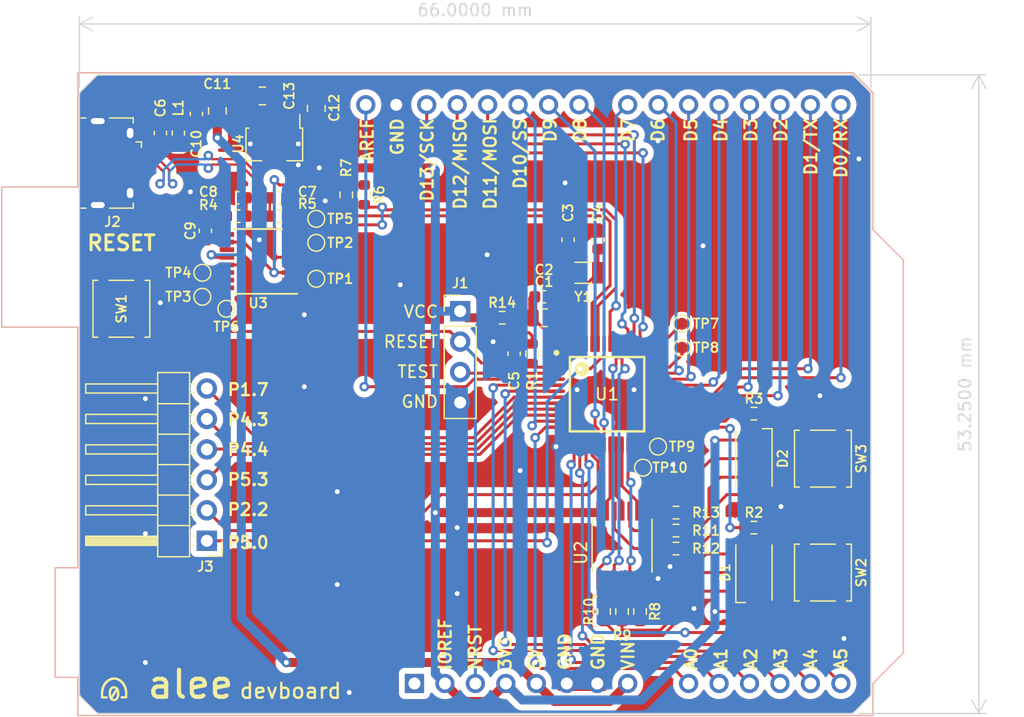
<source format=kicad_pcb>
(kicad_pcb (version 20221018) (generator pcbnew)

  (general
    (thickness 1.6)
  )

  (paper "A4")
  (title_block
    (title "Alee Development Board")
    (date "10/16/23")
    (company "bitgloo")
    (comment 1 "Released under the CERN Open Hardware License Version 2 - Strongly Reciprocal")
  )

  (layers
    (0 "F.Cu" signal)
    (31 "B.Cu" signal)
    (32 "B.Adhes" user "B.Adhesive")
    (33 "F.Adhes" user "F.Adhesive")
    (34 "B.Paste" user)
    (35 "F.Paste" user)
    (36 "B.SilkS" user "B.Silkscreen")
    (37 "F.SilkS" user "F.Silkscreen")
    (38 "B.Mask" user)
    (39 "F.Mask" user)
    (40 "Dwgs.User" user "User.Drawings")
    (41 "Cmts.User" user "User.Comments")
    (42 "Eco1.User" user "User.Eco1")
    (43 "Eco2.User" user "User.Eco2")
    (44 "Edge.Cuts" user)
    (45 "Margin" user)
    (46 "B.CrtYd" user "B.Courtyard")
    (47 "F.CrtYd" user "F.Courtyard")
    (48 "B.Fab" user)
    (49 "F.Fab" user)
    (50 "User.1" user)
    (51 "User.2" user)
    (52 "User.3" user)
    (53 "User.4" user)
    (54 "User.5" user)
    (55 "User.6" user)
    (56 "User.7" user)
    (57 "User.8" user)
    (58 "User.9" user)
  )

  (setup
    (stackup
      (layer "F.SilkS" (type "Top Silk Screen"))
      (layer "F.Paste" (type "Top Solder Paste"))
      (layer "F.Mask" (type "Top Solder Mask") (thickness 0.01))
      (layer "F.Cu" (type "copper") (thickness 0.035))
      (layer "dielectric 1" (type "core") (thickness 1.51) (material "FR4") (epsilon_r 4.5) (loss_tangent 0.02))
      (layer "B.Cu" (type "copper") (thickness 0.035))
      (layer "B.Mask" (type "Bottom Solder Mask") (thickness 0.01))
      (layer "B.Paste" (type "Bottom Solder Paste"))
      (layer "B.SilkS" (type "Bottom Silk Screen"))
      (copper_finish "None")
      (dielectric_constraints no)
    )
    (pad_to_mask_clearance 0)
    (pcbplotparams
      (layerselection 0x00010fc_ffffffff)
      (plot_on_all_layers_selection 0x0000000_00000000)
      (disableapertmacros false)
      (usegerberextensions false)
      (usegerberattributes true)
      (usegerberadvancedattributes true)
      (creategerberjobfile true)
      (dashed_line_dash_ratio 12.000000)
      (dashed_line_gap_ratio 3.000000)
      (svgprecision 4)
      (plotframeref false)
      (viasonmask false)
      (mode 1)
      (useauxorigin false)
      (hpglpennumber 1)
      (hpglpenspeed 20)
      (hpglpendiameter 15.000000)
      (dxfpolygonmode true)
      (dxfimperialunits true)
      (dxfusepcbnewfont true)
      (psnegative false)
      (psa4output false)
      (plotreference true)
      (plotvalue true)
      (plotinvisibletext false)
      (sketchpadsonfab false)
      (subtractmaskfromsilk false)
      (outputformat 1)
      (mirror false)
      (drillshape 1)
      (scaleselection 1)
      (outputdirectory "")
    )
  )

  (net 0 "")
  (net 1 "unconnected-(A2-NC-Pad1)")
  (net 2 "VCC")
  (net 3 "RST_SBWTDIO")
  (net 4 "VBUS")
  (net 5 "GND")
  (net 6 "A0")
  (net 7 "A1")
  (net 8 "A2")
  (net 9 "A3")
  (net 10 "A4")
  (net 11 "A5")
  (net 12 "RX")
  (net 13 "TX")
  (net 14 "D2")
  (net 15 "D3")
  (net 16 "D4")
  (net 17 "D5")
  (net 18 "D6")
  (net 19 "D7")
  (net 20 "D8")
  (net 21 "D9")
  (net 22 "AREF")
  (net 23 "Net-(U1-P2.1_XIN)")
  (net 24 "Net-(U1-P2.0_XOUT)")
  (net 25 "TEST_SBWTCK")
  (net 26 "BUTTON1")
  (net 27 "Net-(R2-Pad2)")
  (net 28 "BUTTON2")
  (net 29 "Net-(R3-Pad2)")
  (net 30 "TXD")
  (net 31 "Net-(U3-~{RTS})")
  (net 32 "Net-(U3-3V3OUT)")
  (net 33 "RXD")
  (net 34 "Net-(U3-~{CTS})")
  (net 35 "Net-(U3-CBUS2)")
  (net 36 "Net-(U3-USBDP)")
  (net 37 "Net-(U3-USBDM)")
  (net 38 "Net-(U3-CBUS1)")
  (net 39 "Net-(U3-CBUS0)")
  (net 40 "Net-(U3-CBUS3)")
  (net 41 "Net-(D1-RK)")
  (net 42 "Net-(D1-GK)")
  (net 43 "Net-(D1-BK)")
  (net 44 "Net-(D2-RK)")
  (net 45 "Net-(D2-GK)")
  (net 46 "Net-(D2-BK)")
  (net 47 "unconnected-(J2-ID-Pad4)")
  (net 48 "EXTRA1")
  (net 49 "EXTRA2")
  (net 50 "EXTRA3")
  (net 51 "EXTRA4")
  (net 52 "EXTRA5")
  (net 53 "EXTRA6")
  (net 54 "Net-(U2-1Y)")
  (net 55 "Net-(U2-2Y)")
  (net 56 "Net-(U2-3Y)")
  (net 57 "Net-(U2-4Y)")
  (net 58 "Net-(U2-5Y)")
  (net 59 "Net-(U2-6Y)")
  (net 60 "LED4")
  (net 61 "LED5")
  (net 62 "LED6")
  (net 63 "LED1")
  (net 64 "unconnected-(U1-VREG-Pad31)")
  (net 65 "SCK")
  (net 66 "MOSI")
  (net 67 "MISO")
  (net 68 "LED2")
  (net 69 "LED3")
  (net 70 "/USB_P")
  (net 71 "/USB_N")
  (net 72 "SS")
  (net 73 "/VUSB")
  (net 74 "Net-(U1-P2.7_UCB1STE_CAP3.0)")
  (net 75 "Net-(U1-P4.2_TA3CLK_CAP2.3)")
  (net 76 "Net-(U1-P3.3_TA2.1_CAP0.1)")
  (net 77 "Net-(U1-P3.0_TA2.2_CAP0.0)")
  (net 78 "Net-(U1-DVCC)")

  (footprint "Capacitor_SMD:C_0603_1608Metric" (layer "F.Cu") (at 124.75 80 90))

  (footprint "Capacitor_SMD:C_0603_1608Metric" (layer "F.Cu") (at 128.15 87 180))

  (footprint "Inductor_SMD:L_0603_1608Metric" (layer "F.Cu") (at 123.25 81.6 90))

  (footprint "Resistor_SMD:R_0603_1608Metric" (layer "F.Cu") (at 160.25 121.5 -90))

  (footprint "Capacitor_SMD:C_0603_1608Metric" (layer "F.Cu") (at 151.25 100 90))

  (footprint "Capacitor_SMD:C_0603_1608Metric" (layer "F.Cu") (at 131.65 87))

  (footprint "Resistor_SMD:R_0603_1608Metric" (layer "F.Cu") (at 128.15 88.5275 180))

  (footprint "Capacitor_SMD:C_0603_1608Metric" (layer "F.Cu") (at 155.75 90.5 90))

  (footprint "TestPoint:TestPoint_Pad_D1.0mm" (layer "F.Cu") (at 165.25 99.5))

  (footprint "Resistor_SMD:R_0603_1608Metric" (layer "F.Cu") (at 164.75 113.25))

  (footprint "Capacitor_SMD:C_0603_1608Metric" (layer "F.Cu") (at 153.75 95.25))

  (footprint "Capacitor_SMD:C_0603_1608Metric" (layer "F.Cu") (at 158.25 90.5 90))

  (footprint "Button_Switch_SMD:SW_SPST_TL3305A" (layer "F.Cu") (at 118.5 96.25 90))

  (footprint "Capacitor_SMD:C_0603_1608Metric" (layer "F.Cu") (at 125.5 89.75 90))

  (footprint "Resistor_SMD:R_0603_1608Metric" (layer "F.Cu") (at 164.75 116.25))

  (footprint "Capacitor_SMD:C_0805_2012Metric" (layer "F.Cu") (at 126.5 79.75 90))

  (footprint "TestPoint:TestPoint_Pad_D1.0mm" (layer "F.Cu") (at 127.25 96.25))

  (footprint "TestPoint:TestPoint_Pad_D1.0mm" (layer "F.Cu") (at 134.75 88.75))

  (footprint "Crystal:Crystal_SMD_3215-2Pin_3.2x1.5mm" (layer "F.Cu") (at 157 93.25))

  (footprint "Package_SO:SSOP-16_3.9x4.9mm_P0.635mm" (layer "F.Cu") (at 129.9 92.2775 180))

  (footprint "Capacitor_SMD:C_0805_2012Metric" (layer "F.Cu") (at 153.75 97))

  (footprint "Resistor_SMD:R_0603_1608Metric" (layer "F.Cu") (at 171.25 105))

  (footprint "TestPoint:TestPoint_Pad_D1.0mm" (layer "F.Cu") (at 134.75 93.75))

  (footprint "Button_Switch_SMD:SW_SPST_TL3305A" (layer "F.Cu") (at 177 108.75 -90))

  (footprint "TestPoint:TestPoint_Pad_D1.0mm" (layer "F.Cu") (at 125.25 95.25))

  (footprint "Resistor_SMD:R_0603_1608Metric" (layer "F.Cu") (at 161.75 121.5 -90))

  (footprint "Resistor_SMD:R_0603_1608Metric" (layer "F.Cu") (at 164.75 114.75))

  (footprint "Capacitor_SMD:C_0805_2012Metric" (layer "F.Cu") (at 130.25 78.5))

  (footprint "Resistor_SMD:R_0603_1608Metric" (layer "F.Cu") (at 137.25 86.75 90))

  (footprint "Resistor_SMD:R_0603_1608Metric" (layer "F.Cu") (at 158.75 121.5 -90))

  (footprint "Capacitor_SMD:C_0603_1608Metric" (layer "F.Cu") (at 121.75 81.6 90))

  (footprint "Resistor_SMD:R_0603_1608Metric" (layer "F.Cu") (at 138.75 86.75 90))

  (footprint "Package_TO_SOT_SMD:SOT-89-3" (layer "F.Cu") (at 131.25 82.55 -90))

  (footprint "Connector_PinHeader_2.54mm:PinHeader_1x04_P2.54mm_Vertical" (layer "F.Cu") (at 146.75 96.45))

  (footprint "Capacitor_SMD:C_0805_2012Metric" (layer "F.Cu") (at 134.75 79.55 90))

  (footprint "TestPoint:TestPoint_Pad_D1.0mm" (layer "F.Cu") (at 162 109.5))

  (footprint "Library:PT0048A_N" (layer "F.Cu") (at 159 103.375))

  (footprint "TestPoint:TestPoint_Pad_D1.0mm" (layer "F.Cu") (at 134.75 90.75))

  (footprint "Resistor_SMD:R_0603_1608Metric" (layer "F.Cu") (at 152.75 100 -90))

  (footprint "TestPoint:TestPoint_Pad_D1.0mm" (layer "F.Cu") (at 165.25 97.5))

  (footprint "Resistor_SMD:R_0603_1608Metric" (layer "F.Cu") (at 131.65 88.5275 180))

  (footprint "Connector_USB:USB_Micro-B_Amphenol_10118194_Horizontal" (layer "F.Cu") (at 117.8275 84.1 -90))

  (footprint "TestPoint:TestPoint_Pad_D1.0mm" (layer "F.Cu") (at 163.25 107.75))

  (footprint "Resistor_SMD:R_0603_1608Metric" (layer "F.Cu") (at 171.25 114.5))

  (footprint "LED_SMD:LED_RGB_Wuerth-PLCC4_3.2x2.8mm_150141M173100" (layer "F.Cu") (at 171.25 108.75 -90))

  (footprint "Resistor_SMD:R_0603_1608Metric" (layer "F.Cu") (at 150.25 97))

  (footprint "TestPoint:TestPoint_Pad_D1.0mm" (layer "F.Cu") (at 125.25 93.25))

  (footprint "Connector_PinHeader_2.54mm:PinHeader_1x06_P2.54mm_Horizontal" (layer "F.Cu") (at 125.625 115.6 180))

  (footprint "Button_Switch_SMD:SW_SPST_TL3305A" (layer "F.Cu") (at 177 118.25 -90))

  (footprint "Library:SOP65P640X120-14N" (layer "F.Cu")
    (tstamp facf763a-c9fd-43ec-b9ca-e83bba0e141e)
    (at 160.25 116 90)
    (property "Part Number" "SN74LVC07APWR")
    (property "Sheetfile" "FRAM Forth.kicad_sch")
    (property "Sheetname" "")
    (path "/eff5fe6e-1e36-4e8f-be2e-679d90b167e5")
    (attr smd)
    (fp_text reference "U2" (at -0.595 -3.435 90) (layer "F.SilkS")
        (effects (font (size 1 1) (thickness 0.15)))
      (tstamp 6fe1d4ed-bac8-401a-9d93-99f67a457edd)
    )
    (fp_text value "SN74LVC07A" (at 7.025 3.435 90) (layer "F.Fab")
        (effects (font (size 1 1) (thickness 0.15)))
      (tstamp fd582805-fe00-45b1-abd0-c71a261e8122)
    )
    (fp_line (start -2.2 -2.5) (end 2.2 -2.5)
      (stroke (width 0.127) (type solid)) (layer "F.SilkS") (tstamp 462738a0-d55d-4a2c-b9d4-3cf3db95b04d))
    (fp_line (start -2.2 2.5) (end 2.2 2.5)
      (stroke (width 0.127) (type solid)) (layer "F.SilkS") (tstamp 9c1f4687-15a6-4d46-ad6f-ffaafe790d89))
    (fp_circle (center -4.24 -2.26) (end -4.14 -2.26)
      (stroke (width 0.2) (type solid)) (fill none) (layer "F.SilkS") (tstamp 97878b61-fae6-485d-8710-aed27e82e729))
    (fp_line (start -3.905 -2.75) (end -3.905 2.75)
      (stroke (width 0.05) (type solid)) (layer "F.CrtYd") (tstamp 09e89a3b-ebcf-492f-a5f3-e5593baf4c24))
    (fp_line (start -3.905 -2.75) (end 3.905 -2.75)
      (stroke (width 0.05) (type solid)) (layer "F.CrtYd") (tstamp 5e210094-d17b-4595-904
... [404856 chars truncated]
</source>
